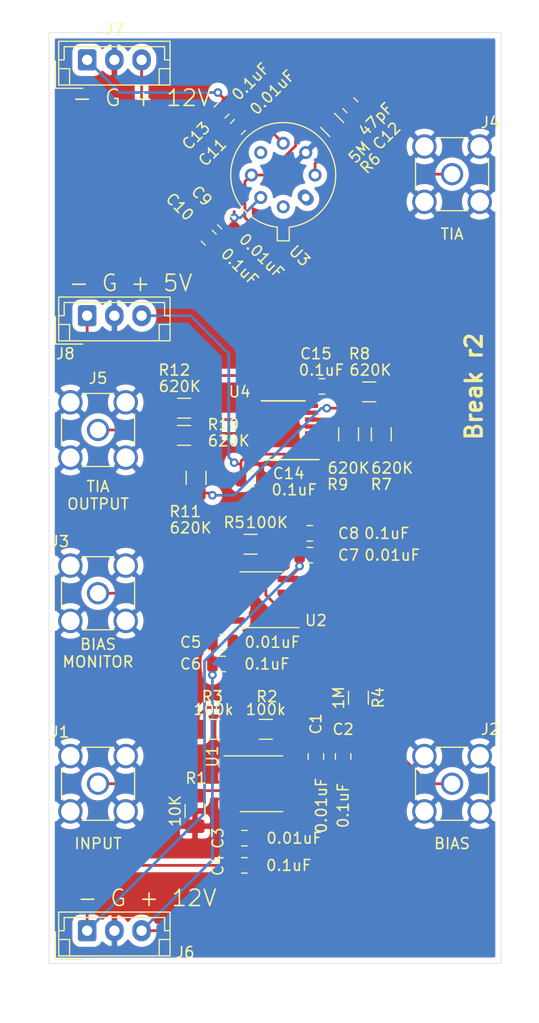
<source format=kicad_pcb>
(kicad_pcb (version 20171130) (host pcbnew "(5.1.6-0-10_14)")
  (layers (0 F.Cu signal) (31 B.Cu signal) (34 B.Paste user) (35 F.Paste user) (36 B.SilkS user) (37 F.SilkS user) (38 B.Mask user) (39 F.Mask user) (44 Edge.Cuts user))
  (net 0 "")
  (net 1 +12V)
  (net 2 GND)
  (net 3 -12V)
  (net 4 "Net-(C12-Pad2)")
  (net 5 "Net-(C12-Pad1)")
  (net 6 +5V)
  (net 7 -5V)
  (net 8 "Net-(J1-Pad1)")
  (net 9 "Net-(J2-Pad1)")
  (net 10 "Net-(J3-Pad1)")
  (net 11 "Net-(J5-Pad1)")
  (net 12 "Net-(R2-Pad2)")
  (net 13 "Net-(R4-Pad1)")
  (net 14 "Net-(R7-Pad1)")
  (net 15 "Net-(R8-Pad1)")
  (net 16 "Net-(R11-Pad1)")
  (net 17 "Net-(R10-Pad2)")
  (net 18 "Net-(R10-Pad1)")
  (net 19 "Net-(U1-Pad8)")
  (net 20 "Net-(U1-Pad5)")
  (net 21 "Net-(U1-Pad1)")
  (net 22 "Net-(U2-Pad1)")
  (net 23 "Net-(U2-Pad5)")
  (net 24 "Net-(U2-Pad8)")
  (net 25 "Net-(U3-Pad1)")
  (net 26 "Net-(U3-Pad5)")
  (net 27 "Net-(U3-Pad8)")
  (net 28 -12T)
  (net 29 +12T)
  (module Capacitor_SMD:C_0805_2012Metric (layer F.Cu) (at 0 140 90)
    (fp_text reference C1 (at 3 0 90) (layer F.SilkS))
    (fp_text value 0.01uF (at -4.5 0.5 270) (layer F.SilkS))
    (fp_line (start -0.258578 -0.71) (end 0.258578 -0.71) (layer F.SilkS) (width 0.12))
    (fp_line (start -0.258578 0.71) (end 0.258578 0.71) (layer F.SilkS) (width 0.12))
    (pad 1 smd roundrect (at -0.9375 0 90) (size 0.975 1.4) (layers F.Cu F.Paste F.Mask) (net 1 +12V))
    (pad 2 smd roundrect (at 0.9375 0 90) (size 0.975 1.4) (layers F.Cu F.Paste F.Mask) (net 2 GND))
  )
  (module Capacitor_SMD:C_0805_2012Metric (layer F.Cu) (at 2.5 140 90)
    (fp_text reference C2 (at 2.5 0 180) (layer F.SilkS))
    (fp_text value 0.1uF (at -4.5 0 90) (layer F.SilkS))
    (fp_line (start -0.258578 0.71) (end 0.258578 0.71) (layer F.SilkS) (width 0.12))
    (fp_line (start -0.258578 -0.71) (end 0.258578 -0.71) (layer F.SilkS) (width 0.12))
    (pad 2 smd roundrect (at 0.9375 0 90) (size 0.975 1.4) (layers F.Cu F.Paste F.Mask) (net 2 GND))
    (pad 1 smd roundrect (at -0.9375 0 90) (size 0.975 1.4) (layers F.Cu F.Paste F.Mask) (net 1 +12V))
  )
  (module Capacitor_SMD:C_0805_2012Metric (layer F.Cu) (at -6.5625 147.5)
    (fp_text reference C3 (at -2.4375 0 90) (layer F.SilkS))
    (fp_text value 0.01uF (at 4.5625 0) (layer F.SilkS))
    (fp_line (start -0.258578 0.71) (end 0.258578 0.71) (layer F.SilkS) (width 0.12))
    (fp_line (start -0.258578 -0.71) (end 0.258578 -0.71) (layer F.SilkS) (width 0.12))
    (pad 2 smd roundrect (at 0.9375 0) (size 0.975 1.4) (layers F.Cu F.Paste F.Mask) (net 2 GND))
    (pad 1 smd roundrect (at -0.9375 0) (size 0.975 1.4) (layers F.Cu F.Paste F.Mask) (net 3 -12V))
  )
  (module Capacitor_SMD:C_0805_2012Metric (layer F.Cu) (at -6.5625 150)
    (fp_text reference C4 (at -2.4375 0 90) (layer F.SilkS))
    (fp_text value 0.1uF (at 4.0625 0) (layer F.SilkS))
    (fp_line (start -0.258578 -0.71) (end 0.258578 -0.71) (layer F.SilkS) (width 0.12))
    (fp_line (start -0.258578 0.71) (end 0.258578 0.71) (layer F.SilkS) (width 0.12))
    (pad 1 smd roundrect (at -0.9375 0) (size 0.975 1.4) (layers F.Cu F.Paste F.Mask) (net 3 -12V))
    (pad 2 smd roundrect (at 0.9375 0) (size 0.975 1.4) (layers F.Cu F.Paste F.Mask) (net 2 GND))
  )
  (module Capacitor_SMD:C_0805_2012Metric (layer F.Cu) (at -8.5625 129.5)
    (fp_text reference C5 (at -2.9375 0) (layer F.SilkS))
    (fp_text value 0.01uF (at 4.5625 0) (layer F.SilkS))
    (fp_line (start -0.258578 -0.71) (end 0.258578 -0.71) (layer F.SilkS) (width 0.12))
    (fp_line (start -0.258578 0.71) (end 0.258578 0.71) (layer F.SilkS) (width 0.12))
    (pad 1 smd roundrect (at -0.9375 0) (size 0.975 1.4) (layers F.Cu F.Paste F.Mask) (net 1 +12V))
    (pad 2 smd roundrect (at 0.9375 0) (size 0.975 1.4) (layers F.Cu F.Paste F.Mask) (net 2 GND))
  )
  (module Capacitor_SMD:C_0805_2012Metric (layer F.Cu) (at -8.5625 131.5)
    (fp_text reference C6 (at -2.9375 0) (layer F.SilkS))
    (fp_text value 0.1uF (at 4.0625 0) (layer F.SilkS))
    (fp_line (start -0.258578 -0.71) (end 0.258578 -0.71) (layer F.SilkS) (width 0.12))
    (fp_line (start -0.258578 0.71) (end 0.258578 0.71) (layer F.SilkS) (width 0.12))
    (pad 1 smd roundrect (at -0.9375 0) (size 0.975 1.4) (layers F.Cu F.Paste F.Mask) (net 1 +12V))
    (pad 2 smd roundrect (at 0.9375 0) (size 0.975 1.4) (layers F.Cu F.Paste F.Mask) (net 2 GND))
  )
  (module Capacitor_SMD:C_0805_2012Metric (layer F.Cu) (at -0.5625 121.5)
    (fp_text reference C7 (at 3.5625 0) (layer F.SilkS))
    (fp_text value 0.01uF (at 7.5625 0) (layer F.SilkS))
    (fp_line (start -0.258578 -0.71) (end 0.258578 -0.71) (layer F.SilkS) (width 0.12))
    (fp_line (start -0.258578 0.71) (end 0.258578 0.71) (layer F.SilkS) (width 0.12))
    (pad 1 smd roundrect (at -0.9375 0) (size 0.975 1.4) (layers F.Cu F.Paste F.Mask) (net 3 -12V))
    (pad 2 smd roundrect (at 0.9375 0) (size 0.975 1.4) (layers F.Cu F.Paste F.Mask) (net 2 GND))
  )
  (module Capacitor_SMD:C_0805_2012Metric (layer F.Cu) (at -0.5625 119.5)
    (fp_text reference C8 (at 3.5625 0) (layer F.SilkS))
    (fp_text value 0.1uF (at 7.0625 0) (layer F.SilkS))
    (fp_line (start -0.258578 0.71) (end 0.258578 0.71) (layer F.SilkS) (width 0.12))
    (fp_line (start -0.258578 -0.71) (end 0.258578 -0.71) (layer F.SilkS) (width 0.12))
    (pad 2 smd roundrect (at 0.9375 0) (size 0.975 1.4) (layers F.Cu F.Paste F.Mask) (net 2 GND))
    (pad 1 smd roundrect (at -0.9375 0) (size 0.975 1.4) (layers F.Cu F.Paste F.Mask) (net 3 -12V))
  )
  (module Capacitor_SMD:C_0805_2012Metric (layer F.Cu) (at -8.337087 90.837087 135)
    (fp_text reference C9 (at 3.181981 0.12316 135) (layer F.SilkS))
    (fp_text value 0.01uF (at -4.596194 0.12316 135) (layer F.SilkS))
    (fp_line (start -0.258578 -0.71) (end 0.258578 -0.71) (layer F.SilkS) (width 0.12))
    (fp_line (start -0.258578 0.71) (end 0.258578 0.71) (layer F.SilkS) (width 0.12))
    (pad 1 smd roundrect (at -0.9375 0 135) (size 0.975 1.4) (layers F.Cu F.Paste F.Mask) (net 29 +12T))
    (pad 2 smd roundrect (at 0.9375 0 135) (size 0.975 1.4) (layers F.Cu F.Paste F.Mask) (net 2 GND))
  )
  (module Capacitor_SMD:C_0805_2012Metric (layer F.Cu) (at -9.837087 92.337087 135)
    (fp_text reference C10 (at 3.889087 0.12316 135) (layer F.SilkS))
    (fp_text value 0.1uF (at -3.889087 0.12316 135) (layer F.SilkS))
    (fp_line (start -0.258578 0.71) (end 0.258578 0.71) (layer F.SilkS) (width 0.12))
    (fp_line (start -0.258578 -0.71) (end 0.258578 -0.71) (layer F.SilkS) (width 0.12))
    (pad 2 smd roundrect (at 0.9375 0 135) (size 0.975 1.4) (layers F.Cu F.Paste F.Mask) (net 2 GND))
    (pad 1 smd roundrect (at -0.9375 0 135) (size 0.975 1.4) (layers F.Cu F.Paste F.Mask) (net 29 +12T))
  )
  (module Capacitor_SMD:C_0805_2012Metric (layer F.Cu) (at -7.162913 82.162913 225)
    (fp_text reference C11 (at 3.30514 0 45) (layer F.SilkS))
    (fp_text value 0.01uF (at -4.473034 0 45) (layer F.SilkS))
    (fp_line (start -0.258578 -0.71) (end 0.258578 -0.71) (layer F.SilkS) (width 0.12))
    (fp_line (start -0.258578 0.71) (end 0.258578 0.71) (layer F.SilkS) (width 0.12))
    (pad 1 smd roundrect (at -0.9375 0 225) (size 0.975 1.4) (layers F.Cu F.Paste F.Mask) (net 28 -12T))
    (pad 2 smd roundrect (at 0.9375 0 225) (size 0.975 1.4) (layers F.Cu F.Paste F.Mask) (net 2 GND))
  )
  (module Capacitor_SMD:C_0805_2012Metric (layer F.Cu) (at 3.162913 80.162913 315)
    (fp_text reference C12 (at 4.3658 -0.353553 225) (layer F.SilkS))
    (fp_text value 47pF (at 2.598033 -0.707107 225) (layer F.SilkS))
    (fp_line (start -0.258578 0.71) (end 0.258578 0.71) (layer F.SilkS) (width 0.12))
    (fp_line (start -0.258578 -0.71) (end 0.258578 -0.71) (layer F.SilkS) (width 0.12))
    (pad 2 smd roundrect (at 0.9375 0 315) (size 0.975 1.4) (layers F.Cu F.Paste F.Mask) (net 4 "Net-(C12-Pad2)"))
    (pad 1 smd roundrect (at -0.9375 0 315) (size 0.975 1.4) (layers F.Cu F.Paste F.Mask) (net 5 "Net-(C12-Pad1)"))
  )
  (module Capacitor_SMD:C_0805_2012Metric (layer F.Cu) (at -8.662913 80.662913 225)
    (fp_text reference C13 (at 3.30514 0 45) (layer F.SilkS))
    (fp_text value 0.1uF (at -3.765928 0 45) (layer F.SilkS))
    (fp_line (start -0.258578 0.71) (end 0.258578 0.71) (layer F.SilkS) (width 0.12))
    (fp_line (start -0.258578 -0.71) (end 0.258578 -0.71) (layer F.SilkS) (width 0.12))
    (pad 2 smd roundrect (at 0.9375 0 225) (size 0.975 1.4) (layers F.Cu F.Paste F.Mask) (net 2 GND))
    (pad 1 smd roundrect (at -0.9375 0 225) (size 0.975 1.4) (layers F.Cu F.Paste F.Mask) (net 28 -12T))
  )
  (module Capacitor_SMD:C_0805_2012Metric (layer F.Cu) (at -5.9375 114.5)
    (fp_text reference C14 (at 3.4375 -0.5) (layer F.SilkS))
    (fp_text value 0.1uF (at 3.9375 1) (layer F.SilkS))
    (fp_line (start -0.258578 0.71) (end 0.258578 0.71) (layer F.SilkS) (width 0.12))
    (fp_line (start -0.258578 -0.71) (end 0.258578 -0.71) (layer F.SilkS) (width 0.12))
    (pad 2 smd roundrect (at 0.9375 0) (size 0.975 1.4) (layers F.Cu F.Paste F.Mask) (net 2 GND))
    (pad 1 smd roundrect (at -0.9375 0) (size 0.975 1.4) (layers F.Cu F.Paste F.Mask) (net 6 +5V))
  )
  (module Capacitor_SMD:C_0805_2012Metric (layer F.Cu) (at 0.5625 106)
    (fp_text reference C15 (at -0.5625 -3) (layer F.SilkS))
    (fp_text value 0.1uF (at -0.0625 -1.5) (layer F.SilkS))
    (fp_line (start -0.258578 -0.71) (end 0.258578 -0.71) (layer F.SilkS) (width 0.12))
    (fp_line (start -0.258578 0.71) (end 0.258578 0.71) (layer F.SilkS) (width 0.12))
    (pad 1 smd roundrect (at -0.9375 0) (size 0.975 1.4) (layers F.Cu F.Paste F.Mask) (net 7 -5V))
    (pad 2 smd roundrect (at 0.9375 0) (size 0.975 1.4) (layers F.Cu F.Paste F.Mask) (net 2 GND))
  )
  (module Connector_Coaxial:SMA_Amphenol_901-144_Vertical (layer F.Cu) (at -20 142.5)
    (fp_text reference J1 (at -3.5 -4.75) (layer F.SilkS))
    (fp_text value Conn_Coaxial hide)
    (fp_line (start -1.45 -3.355) (end 1.45 -3.355) (layer F.SilkS) (width 0.12))
    (fp_line (start -1.45 3.355) (end 1.45 3.355) (layer F.SilkS) (width 0.12))
    (fp_line (start 3.355 -1.45) (end 3.355 1.45) (layer F.SilkS) (width 0.12))
    (fp_line (start -3.355 -1.45) (end -3.355 1.45) (layer F.SilkS) (width 0.12))
    (pad 2 thru_hole circle (at -2.54 2.54) (size 2.25 2.25) (drill 1.7) (layers *.Cu *.Mask) (net 2 GND))
    (pad 2 thru_hole circle (at -2.54 -2.54) (size 2.25 2.25) (drill 1.7) (layers *.Cu *.Mask) (net 2 GND))
    (pad 2 thru_hole circle (at 2.54 -2.54) (size 2.25 2.25) (drill 1.7) (layers *.Cu *.Mask) (net 2 GND))
    (pad 2 thru_hole circle (at 2.54 2.54) (size 2.25 2.25) (drill 1.7) (layers *.Cu *.Mask) (net 2 GND))
    (pad 1 thru_hole circle (at 0 0) (size 2.05 2.05) (drill 1.5) (layers *.Cu *.Mask) (net 8 "Net-(J1-Pad1)"))
  )
  (module Connector_Coaxial:SMA_Amphenol_901-144_Vertical (layer F.Cu) (at 12.5 142.5)
    (fp_text reference J2 (at 3.5 -5) (layer F.SilkS))
    (fp_text value Conn_Coaxial)
    (fp_line (start -3.355 -1.45) (end -3.355 1.45) (layer F.SilkS) (width 0.12))
    (fp_line (start 3.355 -1.45) (end 3.355 1.45) (layer F.SilkS) (width 0.12))
    (fp_line (start -1.45 3.355) (end 1.45 3.355) (layer F.SilkS) (width 0.12))
    (fp_line (start -1.45 -3.355) (end 1.45 -3.355) (layer F.SilkS) (width 0.12))
    (pad 1 thru_hole circle (at 0 0) (size 2.05 2.05) (drill 1.5) (layers *.Cu *.Mask) (net 9 "Net-(J2-Pad1)"))
    (pad 2 thru_hole circle (at 2.54 2.54) (size 2.25 2.25) (drill 1.7) (layers *.Cu *.Mask) (net 2 GND))
    (pad 2 thru_hole circle (at 2.54 -2.54) (size 2.25 2.25) (drill 1.7) (layers *.Cu *.Mask) (net 2 GND))
    (pad 2 thru_hole circle (at -2.54 -2.54) (size 2.25 2.25) (drill 1.7) (layers *.Cu *.Mask) (net 2 GND))
    (pad 2 thru_hole circle (at -2.54 2.54) (size 2.25 2.25) (drill 1.7) (layers *.Cu *.Mask) (net 2 GND))
  )
  (module Connector_Coaxial:SMA_Amphenol_901-144_Vertical (layer F.Cu) (at -20 125)
    (fp_text reference J3 (at -3.5 -4.75) (layer F.SilkS))
    (fp_text value Conn_Coaxial hide)
    (fp_line (start -3.355 -1.45) (end -3.355 1.45) (layer F.SilkS) (width 0.12))
    (fp_line (start 3.355 -1.45) (end 3.355 1.45) (layer F.SilkS) (width 0.12))
    (fp_line (start -1.45 3.355) (end 1.45 3.355) (layer F.SilkS) (width 0.12))
    (fp_line (start -1.45 -3.355) (end 1.45 -3.355) (layer F.SilkS) (width 0.12))
    (pad 1 thru_hole circle (at 0 0) (size 2.05 2.05) (drill 1.5) (layers *.Cu *.Mask) (net 10 "Net-(J3-Pad1)"))
    (pad 2 thru_hole circle (at 2.54 2.54) (size 2.25 2.25) (drill 1.7) (layers *.Cu *.Mask) (net 2 GND))
    (pad 2 thru_hole circle (at 2.54 -2.54) (size 2.25 2.25) (drill 1.7) (layers *.Cu *.Mask) (net 2 GND))
    (pad 2 thru_hole circle (at -2.54 -2.54) (size 2.25 2.25) (drill 1.7) (layers *.Cu *.Mask) (net 2 GND))
    (pad 2 thru_hole circle (at -2.54 2.54) (size 2.25 2.25) (drill 1.7) (layers *.Cu *.Mask) (net 2 GND))
  )
  (module Connector_Coaxial:SMA_Amphenol_901-144_Vertical (layer F.Cu) (at 12.5 86.5)
    (fp_text reference J4 (at 3.5 -4.75) (layer F.SilkS))
    (fp_text value Conn_Coaxial hide)
    (fp_line (start -1.45 -3.355) (end 1.45 -3.355) (layer F.SilkS) (width 0.12))
    (fp_line (start -1.45 3.355) (end 1.45 3.355) (layer F.SilkS) (width 0.12))
    (fp_line (start 3.355 -1.45) (end 3.355 1.45) (layer F.SilkS) (width 0.12))
    (fp_line (start -3.355 -1.45) (end -3.355 1.45) (layer F.SilkS) (width 0.12))
    (pad 2 thru_hole circle (at -2.54 2.54) (size 2.25 2.25) (drill 1.7) (layers *.Cu *.Mask) (net 2 GND))
    (pad 2 thru_hole circle (at -2.54 -2.54) (size 2.25 2.25) (drill 1.7) (layers *.Cu *.Mask) (net 2 GND))
    (pad 2 thru_hole circle (at 2.54 -2.54) (size 2.25 2.25) (drill 1.7) (layers *.Cu *.Mask) (net 2 GND))
    (pad 2 thru_hole circle (at 2.54 2.54) (size 2.25 2.25) (drill 1.7) (layers *.Cu *.Mask) (net 2 GND))
    (pad 1 thru_hole circle (at 0 0) (size 2.05 2.05) (drill 1.5) (layers *.Cu *.Mask) (net 4 "Net-(C12-Pad2)"))
  )
  (module Connector_Coaxial:SMA_Amphenol_901-144_Vertical (layer F.Cu) (at -20 110)
    (fp_text reference J5 (at 0 -4.75) (layer F.SilkS))
    (fp_text value Conn_Coaxial hide)
    (fp_line (start -3.355 -1.45) (end -3.355 1.45) (layer F.SilkS) (width 0.12))
    (fp_line (start 3.355 -1.45) (end 3.355 1.45) (layer F.SilkS) (width 0.12))
    (fp_line (start -1.45 3.355) (end 1.45 3.355) (layer F.SilkS) (width 0.12))
    (fp_line (start -1.45 -3.355) (end 1.45 -3.355) (layer F.SilkS) (width 0.12))
    (pad 1 thru_hole circle (at 0 0) (size 2.05 2.05) (drill 1.5) (layers *.Cu *.Mask) (net 11 "Net-(J5-Pad1)"))
    (pad 2 thru_hole circle (at 2.54 2.54) (size 2.25 2.25) (drill 1.7) (layers *.Cu *.Mask) (net 2 GND))
    (pad 2 thru_hole circle (at 2.54 -2.54) (size 2.25 2.25) (drill 1.7) (layers *.Cu *.Mask) (net 2 GND))
    (pad 2 thru_hole circle (at -2.54 -2.54) (size 2.25 2.25) (drill 1.7) (layers *.Cu *.Mask) (net 2 GND))
    (pad 2 thru_hole circle (at -2.54 2.54) (size 2.25 2.25) (drill 1.7) (layers *.Cu *.Mask) (net 2 GND))
  )
  (module Resistor_SMD:R_1206_3216Metric (layer F.Cu) (at -11.1 145 270)
    (fp_text reference R1 (at -3 -0.1 180) (layer F.SilkS))
    (fp_text value 10K (at 0 1.82 90) (layer F.SilkS))
    (fp_line (start -0.602064 -0.91) (end 0.602064 -0.91) (layer F.SilkS) (width 0.12))
    (fp_line (start -0.602064 0.91) (end 0.602064 0.91) (layer F.SilkS) (width 0.12))
    (pad 1 smd roundrect (at -1.4 0 270) (size 1.25 1.75) (layers F.Cu F.Paste F.Mask) (roundrect_rratio 0.2) (net 8 "Net-(J1-Pad1)"))
    (pad 2 smd roundrect (at 1.4 0 270) (size 1.25 1.75) (layers F.Cu F.Paste F.Mask) (roundrect_rratio 0.2) (net 2 GND))
  )
  (module Resistor_SMD:R_1206_3216Metric (layer F.Cu) (at -4.6 137.5 180)
    (fp_text reference R2 (at -0.1 3) (layer F.SilkS))
    (fp_text value 100k (at 0 1.82) (layer F.SilkS))
    (fp_line (start -0.602064 0.91) (end 0.602064 0.91) (layer F.SilkS) (width 0.12))
    (fp_line (start -0.602064 -0.91) (end 0.602064 -0.91) (layer F.SilkS) (width 0.12))
    (pad 2 smd roundrect (at 1.4 0 180) (size 1.25 1.75) (layers F.Cu F.Paste F.Mask) (roundrect_rratio 0.2) (net 12 "Net-(R2-Pad2)"))
    (pad 1 smd roundrect (at -1.4 0 180) (size 1.25 1.75) (layers F.Cu F.Paste F.Mask) (roundrect_rratio 0.2) (net 2 GND))
  )
  (module Resistor_SMD:R_1206_3216Metric (layer F.Cu) (at -9.4 137.5 180)
    (fp_text reference R3 (at 0.1 3) (layer F.SilkS))
    (fp_text value 100k (at 0 1.82) (layer F.SilkS))
    (fp_line (start -0.602064 -0.91) (end 0.602064 -0.91) (layer F.SilkS) (width 0.12))
    (fp_line (start -0.602064 0.91) (end 0.602064 0.91) (layer F.SilkS) (width 0.12))
    (pad 1 smd roundrect (at -1.4 0 180) (size 1.25 1.75) (layers F.Cu F.Paste F.Mask) (roundrect_rratio 0.2) (net 12 "Net-(R2-Pad2)"))
    (pad 2 smd roundrect (at 1.4 0 180) (size 1.25 1.75) (layers F.Cu F.Paste F.Mask) (roundrect_rratio 0.2) (net 9 "Net-(J2-Pad1)"))
  )
  (module Resistor_SMD:R_1206_3216Metric (layer F.Cu) (at 3.9 134.6 270)
    (fp_text reference R4 (at 0 -1.82 90) (layer F.SilkS))
    (fp_text value 1M (at 0 1.82 90) (layer F.SilkS))
    (fp_line (start -0.602064 0.91) (end 0.602064 0.91) (layer F.SilkS) (width 0.12))
    (fp_line (start -0.602064 -0.91) (end 0.602064 -0.91) (layer F.SilkS) (width 0.12))
    (pad 2 smd roundrect (at 1.4 0 270) (size 1.25 1.75) (layers F.Cu F.Paste F.Mask) (roundrect_rratio 0.2) (net 9 "Net-(J2-Pad1)"))
    (pad 1 smd roundrect (at -1.4 0 270) (size 1.25 1.75) (layers F.Cu F.Paste F.Mask) (roundrect_rratio 0.2) (net 13 "Net-(R4-Pad1)"))
  )
  (module Resistor_SMD:R_1206_3216Metric (layer F.Cu) (at -6 120.5)
    (fp_text reference R5 (at -1.5 -2) (layer F.SilkS))
    (fp_text value 100K (at 1.5 -2) (layer F.SilkS))
    (fp_line (start -0.602064 0.91) (end 0.602064 0.91) (layer F.SilkS) (width 0.12))
    (fp_line (start -0.602064 -0.91) (end 0.602064 -0.91) (layer F.SilkS) (width 0.12))
    (pad 2 smd roundrect (at 1.4 0) (size 1.25 1.75) (layers F.Cu F.Paste F.Mask) (roundrect_rratio 0.2) (net 13 "Net-(R4-Pad1)"))
    (pad 1 smd roundrect (at -1.4 0) (size 1.25 1.75) (layers F.Cu F.Paste F.Mask) (roundrect_rratio 0.2) (net 10 "Net-(J3-Pad1)"))
  )
  (module Resistor_SMD:R_1206_3216Metric (layer F.Cu) (at 1.489949 81.979898 315)
    (fp_text reference R6 (at 4.971069 0.007107 225) (layer F.SilkS))
    (fp_text value 5M (at 3.556855 0.007107 225) (layer F.SilkS))
    (fp_line (start -0.602064 -0.91) (end 0.602064 -0.91) (layer F.SilkS) (width 0.12))
    (fp_line (start -0.602064 0.91) (end 0.602064 0.91) (layer F.SilkS) (width 0.12))
    (pad 1 smd roundrect (at -1.4 0 315) (size 1.25 1.75) (layers F.Cu F.Paste F.Mask) (roundrect_rratio 0.2) (net 5 "Net-(C12-Pad1)"))
    (pad 2 smd roundrect (at 1.4 0 315) (size 1.25 1.75) (layers F.Cu F.Paste F.Mask) (roundrect_rratio 0.2) (net 4 "Net-(C12-Pad2)"))
  )
  (module Resistor_SMD:R_1206_3216Metric (layer F.Cu) (at 6 110.4 90)
    (fp_text reference R7 (at -4.6 0 180) (layer F.SilkS))
    (fp_text value 620K (at -3.1 1 180) (layer F.SilkS))
    (fp_line (start -0.602064 -0.91) (end 0.602064 -0.91) (layer F.SilkS) (width 0.12))
    (fp_line (start -0.602064 0.91) (end 0.602064 0.91) (layer F.SilkS) (width 0.12))
    (pad 1 smd roundrect (at -1.4 0 90) (size 1.25 1.75) (layers F.Cu F.Paste F.Mask) (roundrect_rratio 0.2) (net 14 "Net-(R7-Pad1)"))
    (pad 2 smd roundrect (at 1.4 0 90) (size 1.25 1.75) (layers F.Cu F.Paste F.Mask) (roundrect_rratio 0.2) (net 5 "Net-(C12-Pad1)"))
  )
  (module Resistor_SMD:R_1206_3216Metric (layer F.Cu) (at 4.9 106.5)
    (fp_text reference R8 (at -0.9 -3.5) (layer F.SilkS))
    (fp_text value 620K (at 0.1 -2) (layer F.SilkS))
    (fp_line (start -0.602064 -0.91) (end 0.602064 -0.91) (layer F.SilkS) (width 0.12))
    (fp_line (start -0.602064 0.91) (end 0.602064 0.91) (layer F.SilkS) (width 0.12))
    (pad 1 smd roundrect (at -1.4 0) (size 1.25 1.75) (layers F.Cu F.Paste F.Mask) (roundrect_rratio 0.2) (net 15 "Net-(R8-Pad1)"))
    (pad 2 smd roundrect (at 1.4 0) (size 1.25 1.75) (layers F.Cu F.Paste F.Mask) (roundrect_rratio 0.2) (net 14 "Net-(R7-Pad1)"))
  )
  (module Resistor_SMD:R_1206_3216Metric (layer F.Cu) (at 3 110.4 270)
    (fp_text reference R9 (at 4.6 1 180) (layer F.SilkS))
    (fp_text value 620K (at 3.1 0 180) (layer F.SilkS))
    (fp_line (start -0.602064 0.91) (end 0.602064 0.91) (layer F.SilkS) (width 0.12))
    (fp_line (start -0.602064 -0.91) (end 0.602064 -0.91) (layer F.SilkS) (width 0.12))
    (pad 2 smd roundrect (at 1.4 0 270) (size 1.25 1.75) (layers F.Cu F.Paste F.Mask) (roundrect_rratio 0.2) (net 14 "Net-(R7-Pad1)"))
    (pad 1 smd roundrect (at -1.4 0 270) (size 1.25 1.75) (layers F.Cu F.Paste F.Mask) (roundrect_rratio 0.2) (net 16 "Net-(R11-Pad1)"))
  )
  (module Resistor_SMD:R_1206_3216Metric (layer F.Cu) (at -12.1 110.5)
    (fp_text reference R10 (at 3.6 -1) (layer F.SilkS))
    (fp_text value 620K (at 4.1 0.5 180) (layer F.SilkS))
    (fp_line (start -0.602064 0.91) (end 0.602064 0.91) (layer F.SilkS) (width 0.12))
    (fp_line (start -0.602064 -0.91) (end 0.602064 -0.91) (layer F.SilkS) (width 0.12))
    (pad 2 smd roundrect (at 1.4 0) (size 1.25 1.75) (layers F.Cu F.Paste F.Mask) (roundrect_rratio 0.2) (net 17 "Net-(R10-Pad2)"))
    (pad 1 smd roundrect (at -1.4 0) (size 1.25 1.75) (layers F.Cu F.Paste F.Mask) (roundrect_rratio 0.2) (net 18 "Net-(R10-Pad1)"))
  )
  (module Resistor_SMD:R_1206_3216Metric (layer F.Cu) (at -11 114.4 90)
    (fp_text reference R11 (at -3.1 -1 180) (layer F.SilkS))
    (fp_text value 620K (at -4.6 -0.5 180) (layer F.SilkS))
    (fp_line (start -0.602064 0.91) (end 0.602064 0.91) (layer F.SilkS) (width 0.12))
    (fp_line (start -0.602064 -0.91) (end 0.602064 -0.91) (layer F.SilkS) (width 0.12))
    (pad 2 smd roundrect (at 1.4 0 90) (size 1.25 1.75) (layers F.Cu F.Paste F.Mask) (roundrect_rratio 0.2) (net 18 "Net-(R10-Pad1)"))
    (pad 1 smd roundrect (at -1.4 0 90) (size 1.25 1.75) (layers F.Cu F.Paste F.Mask) (roundrect_rratio 0.2) (net 16 "Net-(R11-Pad1)"))
  )
  (module Resistor_SMD:R_1206_3216Metric (layer F.Cu) (at -12.1 108)
    (fp_text reference R12 (at -0.9 -3.5) (layer F.SilkS))
    (fp_text value 620K (at -0.4 -2 180) (layer F.SilkS))
    (fp_line (start -0.602064 -0.91) (end 0.602064 -0.91) (layer F.SilkS) (width 0.12))
    (fp_line (start -0.602064 0.91) (end 0.602064 0.91) (layer F.SilkS) (width 0.12))
    (pad 1 smd roundrect (at -1.4 0) (size 1.25 1.75) (layers F.Cu F.Paste F.Mask) (roundrect_rratio 0.2) (net 11 "Net-(J5-Pad1)"))
    (pad 2 smd roundrect (at 1.4 0) (size 1.25 1.75) (layers F.Cu F.Paste F.Mask) (roundrect_rratio 0.2) (net 18 "Net-(R10-Pad1)"))
  )
  (module Package_SO:SOIC-8_3.9x4.9mm_P1.27mm (layer F.Cu) (at -5 142.5)
    (fp_text reference U1 (at -4.5 -2.5 90) (layer F.SilkS))
    (fp_text value AD820 hide)
    (fp_line (start 0 -2.56) (end -3.45 -2.56) (layer F.SilkS) (width 0.12))
    (fp_line (start 0 -2.56) (end 1.95 -2.56) (layer F.SilkS) (width 0.12))
    (fp_line (start 0 2.56) (end -1.95 2.56) (layer F.SilkS) (width 0.12))
    (fp_line (start 0 2.56) (end 1.95 2.56) (layer F.SilkS) (width 0.12))
    (pad 8 smd roundrect (at 2.475 -1.905) (size 1.95 0.6) (layers F.Cu F.Paste F.Mask) (net 19 "Net-(U1-Pad8)"))
    (pad 7 smd roundrect (at 2.475 -0.635) (size 1.95 0.6) (layers F.Cu F.Paste F.Mask) (net 1 +12V))
    (pad 6 smd roundrect (at 2.475 0.635) (size 1.95 0.6) (layers F.Cu F.Paste F.Mask) (net 9 "Net-(J2-Pad1)"))
    (pad 5 smd roundrect (at 2.475 1.905) (size 1.95 0.6) (layers F.Cu F.Paste F.Mask) (net 20 "Net-(U1-Pad5)"))
    (pad 4 smd roundrect (at -2.475 1.905) (size 1.95 0.6) (layers F.Cu F.Paste F.Mask) (net 3 -12V))
    (pad 3 smd roundrect (at -2.475 0.635) (size 1.95 0.6) (layers F.Cu F.Paste F.Mask) (net 8 "Net-(J1-Pad1)"))
    (pad 2 smd roundrect (at -2.475 -0.635) (size 1.95 0.6) (layers F.Cu F.Paste F.Mask) (net 12 "Net-(R2-Pad2)"))
    (pad 1 smd roundrect (at -2.475 -1.905) (size 1.95 0.6) (layers F.Cu F.Paste F.Mask) (net 21 "Net-(U1-Pad1)"))
  )
  (module Package_SO:SOIC-8_3.9x4.9mm_P1.27mm (layer F.Cu) (at -5.025 125.595 180)
    (fp_text reference U2 (at -5.025 -1.905) (layer F.SilkS))
    (fp_text value AD820)
    (fp_line (start 0 2.56) (end 1.95 2.56) (layer F.SilkS) (width 0.12))
    (fp_line (start 0 2.56) (end -1.95 2.56) (layer F.SilkS) (width 0.12))
    (fp_line (start 0 -2.56) (end 1.95 -2.56) (layer F.SilkS) (width 0.12))
    (fp_line (start 0 -2.56) (end -3.45 -2.56) (layer F.SilkS) (width 0.12))
    (pad 1 smd roundrect (at -2.475 -1.905 180) (size 1.95 0.6) (layers F.Cu F.Paste F.Mask) (net 22 "Net-(U2-Pad1)"))
    (pad 2 smd roundrect (at -2.475 -0.635 180) (size 1.95 0.6) (layers F.Cu F.Paste F.Mask) (net 13 "Net-(R4-Pad1)"))
    (pad 3 smd roundrect (at -2.475 0.635 180) (size 1.95 0.6) (layers F.Cu F.Paste F.Mask) (net 2 GND))
    (pad 4 smd roundrect (at -2.475 1.905 180) (size 1.95 0.6) (layers F.Cu F.Paste F.Mask) (net 3 -12V))
    (pad 5 smd roundrect (at 2.475 1.905 180) (size 1.95 0.6) (layers F.Cu F.Paste F.Mask) (net 23 "Net-(U2-Pad5)"))
    (pad 6 smd roundrect (at 2.475 0.635 180) (size 1.95 0.6) (layers F.Cu F.Paste F.Mask) (net 10 "Net-(J3-Pad1)"))
    (pad 7 smd roundrect (at 2.475 -0.635 180) (size 1.95 0.6) (layers F.Cu F.Paste F.Mask) (net 1 +12V))
    (pad 8 smd roundrect (at 2.475 -1.905 180) (size 1.95 0.6) (layers F.Cu F.Paste F.Mask) (net 24 "Net-(U2-Pad8)"))
  )
  (module Package_TO_SOT_THT:TO-99-8 (layer F.Cu) (at -0.935248 88.644752 135)
    (fp_text reference U3 (at -3.387392 -4.186072 135) (layer F.SilkS))
    (fp_text value AD549 hide)
    (fp_line (start -0.077084 -3.774902) (end -0.968039 -4.665856) (layer F.SilkS) (width 0.12))
    (fp_line (start -0.968039 -4.665856) (end -1.745856 -3.888039) (layer F.SilkS) (width 0.12))
    (fp_line (start -1.745856 -3.888039) (end -0.854902 -2.997084) (layer F.SilkS) (width 0.12))
    (fp_arc (start 2.92 0) (end -0.077084 -3.774902) (angle 346.9) (layer F.SilkS) (width 0.12))
    (pad 1 thru_hole oval (at 0 0 135) (size 1.6 1.2) (drill 0.7) (layers *.Cu *.Mask) (net 25 "Net-(U3-Pad1)"))
    (pad 2 thru_hole oval (at 0.855248 2.064752 135) (size 1.2 1.2) (drill 0.7) (layers *.Cu *.Mask) (net 4 "Net-(C12-Pad2)"))
    (pad 3 thru_hole oval (at 2.92 2.92 135) (size 1.2 1.2) (drill 0.7) (layers *.Cu *.Mask) (net 2 GND))
    (pad 4 thru_hole oval (at 4.984752 2.064752 135) (size 1.2 1.2) (drill 0.7) (layers *.Cu *.Mask) (net 28 -12T))
    (pad 5 thru_hole oval (at 5.84 0 135) (size 1.2 1.2) (drill 0.7) (layers *.Cu *.Mask) (net 26 "Net-(U3-Pad5)"))
    (pad 6 thru_hole oval (at 4.984752 -2.064752 135) (size 1.2 1.2) (drill 0.7) (layers *.Cu *.Mask) (net 5 "Net-(C12-Pad1)"))
    (pad 7 thru_hole oval (at 2.92 -2.92 135) (size 1.2 1.2) (drill 0.7) (layers *.Cu *.Mask) (net 29 +12T))
    (pad 8 thru_hole oval (at 0.855248 -2.064752 135) (size 1.2 1.2) (drill 0.7) (layers *.Cu *.Mask) (net 27 "Net-(U3-Pad8)"))
  )
  (module Package_SO:SSOP-16_3.9x4.9mm_P0.635mm (layer F.Cu) (at -3 110 180)
    (fp_text reference U4 (at 4 3.5) (layer F.SilkS))
    (fp_text value LTC1563 hide)
    (fp_line (start -2 2.675) (end 2 2.675) (layer F.SilkS) (width 0.15))
    (fp_line (start -3.275 -2.725) (end 2 -2.725) (layer F.SilkS) (width 0.15))
    (pad 1 smd rect (at -2.6 -2.2225 180) (size 1.2 0.4) (layers F.Cu F.Paste F.Mask) (net 6 +5V))
    (pad 2 smd rect (at -2.6 -1.5875 180) (size 1.2 0.4) (layers F.Cu F.Paste F.Mask) (net 14 "Net-(R7-Pad1)"))
    (pad 3 smd rect (at -2.6 -0.9525 180) (size 1.2 0.4) (layers F.Cu F.Paste F.Mask) (net 2 GND))
    (pad 4 smd rect (at -2.6 -0.3175 180) (size 1.2 0.4) (layers F.Cu F.Paste F.Mask) (net 15 "Net-(R8-Pad1)"))
    (pad 5 smd rect (at -2.6 0.3175 180) (size 1.2 0.4) (layers F.Cu F.Paste F.Mask) (net 2 GND))
    (pad 6 smd rect (at -2.6 0.9525 180) (size 1.2 0.4) (layers F.Cu F.Paste F.Mask) (net 16 "Net-(R11-Pad1)"))
    (pad 7 smd rect (at -2.6 1.5875 180) (size 1.2 0.4) (layers F.Cu F.Paste F.Mask) (net 2 GND))
    (pad 8 smd rect (at -2.6 2.2225 180) (size 1.2 0.4) (layers F.Cu F.Paste F.Mask) (net 7 -5V))
    (pad 9 smd rect (at 2.6 2.2225 180) (size 1.2 0.4) (layers F.Cu F.Paste F.Mask) (net 2 GND))
    (pad 10 smd rect (at 2.6 1.5875 180) (size 1.2 0.4) (layers F.Cu F.Paste F.Mask) (net 2 GND))
    (pad 11 smd rect (at 2.6 0.9525 180) (size 1.2 0.4) (layers F.Cu F.Paste F.Mask) (net 18 "Net-(R10-Pad1)"))
    (pad 12 smd rect (at 2.6 0.3175 180) (size 1.2 0.4) (layers F.Cu F.Paste F.Mask) (net 2 GND))
    (pad 13 smd rect (at 2.6 -0.3175 180) (size 1.2 0.4) (layers F.Cu F.Paste F.Mask) (net 17 "Net-(R10-Pad2)"))
    (pad 14 smd rect (at 2.6 -0.9525 180) (size 1.2 0.4) (layers F.Cu F.Paste F.Mask) (net 2 GND))
    (pad 15 smd rect (at 2.6 -1.5875 180) (size 1.2 0.4) (layers F.Cu F.Paste F.Mask) (net 17 "Net-(R10-Pad2)"))
    (pad 16 smd rect (at 2.6 -2.2225 180) (size 1.2 0.4) (layers F.Cu F.Paste F.Mask) (net 6 +5V))
  )
  (module Connector_JST:JST_EH_B3B-EH-A_1x03_P2.50mm_Vertical (layer F.Cu) (at -21 156)
    (fp_text reference J6 (at 9 2) (layer F.SilkS))
    (fp_text value Conn_01x03 hide)
    (fp_line (start -2.91 2.61) (end -0.41 2.61) (layer F.SilkS) (width 0.12))
    (fp_line (start -2.91 0.11) (end -2.91 2.61) (layer F.SilkS) (width 0.12))
    (fp_line (start 6.61 0.81) (end 6.61 2.31) (layer F.SilkS) (width 0.12))
    (fp_line (start 7.61 0.81) (end 6.61 0.81) (layer F.SilkS) (width 0.12))
    (fp_line (start -1.61 0.81) (end -1.61 2.31) (layer F.SilkS) (width 0.12))
    (fp_line (start -2.61 0.81) (end -1.61 0.81) (layer F.SilkS) (width 0.12))
    (fp_line (start 7.11 0) (end 7.61 0) (layer F.SilkS) (width 0.12))
    (fp_line (start 7.11 -1.21) (end 7.11 0) (layer F.SilkS) (width 0.12))
    (fp_line (start -2.11 -1.21) (end 7.11 -1.21) (layer F.SilkS) (width 0.12))
    (fp_line (start -2.11 0) (end -2.11 -1.21) (layer F.SilkS) (width 0.12))
    (fp_line (start -2.61 0) (end -2.11 0) (layer F.SilkS) (width 0.12))
    (fp_line (start 7.61 -1.71) (end -2.61 -1.71) (layer F.SilkS) (width 0.12))
    (fp_line (start 7.61 2.31) (end 7.61 -1.71) (layer F.SilkS) (width 0.12))
    (fp_line (start -2.61 2.31) (end 7.61 2.31) (layer F.SilkS) (width 0.12))
    (fp_line (start -2.61 -1.71) (end -2.61 2.31) (layer F.SilkS) (width 0.12))
    (pad 3 thru_hole oval (at 5 0) (size 1.7 1.95) (drill 0.95) (layers *.Cu *.Mask) (net 1 +12V))
    (pad 2 thru_hole oval (at 2.5 0) (size 1.7 1.95) (drill 0.95) (layers *.Cu *.Mask) (net 2 GND))
    (pad 1 thru_hole roundrect (at 0 0) (size 1.7 1.95) (drill 0.95) (layers *.Cu *.Mask) (roundrect_rratio 0.147059) (net 3 -12V))
  )
  (module Connector_JST:JST_EH_B3B-EH-A_1x03_P2.50mm_Vertical (layer F.Cu) (at -21 99.5)
    (fp_text reference J8 (at -2 3.5) (layer F.SilkS))
    (fp_text value Conn_01x03 hide)
    (fp_line (start -2.61 -1.71) (end -2.61 2.31) (layer F.SilkS) (width 0.12))
    (fp_line (start -2.61 2.31) (end 7.61 2.31) (layer F.SilkS) (width 0.12))
    (fp_line (start 7.61 2.31) (end 7.61 -1.71) (layer F.SilkS) (width 0.12))
    (fp_line (start 7.61 -1.71) (end -2.61 -1.71) (layer F.SilkS) (width 0.12))
    (fp_line (start -2.61 0) (end -2.11 0) (layer F.SilkS) (width 0.12))
    (fp_line (start -2.11 0) (end -2.11 -1.21) (layer F.SilkS) (width 0.12))
    (fp_line (start -2.11 -1.21) (end 7.11 -1.21) (layer F.SilkS) (width 0.12))
    (fp_line (start 7.11 -1.21) (end 7.11 0) (layer F.SilkS) (width 0.12))
    (fp_line (start 7.11 0) (end 7.61 0) (layer F.SilkS) (width 0.12))
    (fp_line (start -2.61 0.81) (end -1.61 0.81) (layer F.SilkS) (width 0.12))
    (fp_line (start -1.61 0.81) (end -1.61 2.31) (layer F.SilkS) (width 0.12))
    (fp_line (start 7.61 0.81) (end 6.61 0.81) (layer F.SilkS) (width 0.12))
    (fp_line (start 6.61 0.81) (end 6.61 2.31) (layer F.SilkS) (width 0.12))
    (fp_line (start -2.91 0.11) (end -2.91 2.61) (layer F.SilkS) (width 0.12))
    (fp_line (start -2.91 2.61) (end -0.41 2.61) (layer F.SilkS) (width 0.12))
    (pad 1 thru_hole roundrect (at 0 0) (size 1.7 1.95) (drill 0.95) (layers *.Cu *.Mask) (roundrect_rratio 0.147059) (net 7 -5V))
    (pad 2 thru_hole oval (at 2.5 0) (size 1.7 1.95) (drill 0.95) (layers *.Cu *.Mask) (net 2 GND))
    (pad 3 thru_hole oval (at 5 0) (size 1.7 1.95) (drill 0.95) (layers *.Cu *.Mask) (net 6 +5V))
  )
  (module Connector_JST:JST_EH_B3B-EH-A_1x03_P2.50mm_Vertical (layer F.Cu) (at -21 76)
    (fp_text reference J7 (at 2.5 -2.8) (layer F.SilkS))
    (fp_text value Conn_01x03 hide)
    (fp_line (start -2.61 -1.71) (end -2.61 2.31) (layer F.SilkS) (width 0.12))
    (fp_line (start -2.61 2.31) (end 7.61 2.31) (layer F.SilkS) (width 0.12))
    (fp_line (start 7.61 2.31) (end 7.61 -1.71) (layer F.SilkS) (width 0.12))
    (fp_line (start 7.61 -1.71) (end -2.61 -1.71) (layer F.SilkS) (width 0.12))
    (fp_line (start -2.61 0) (end -2.11 0) (layer F.SilkS) (width 0.12))
    (fp_line (start -2.11 0) (end -2.11 -1.21) (layer F.SilkS) (width 0.12))
    (fp_line (start -2.11 -1.21) (end 7.11 -1.21) (layer F.SilkS) (width 0.12))
    (fp_line (start 7.11 -1.21) (end 7.11 0) (layer F.SilkS) (width 0.12))
    (fp_line (start 7.11 0) (end 7.61 0) (layer F.SilkS) (width 0.12))
    (fp_line (start -2.61 0.81) (end -1.61 0.81) (layer F.SilkS) (width 0.12))
    (fp_line (start -1.61 0.81) (end -1.61 2.31) (layer F.SilkS) (width 0.12))
    (fp_line (start 7.61 0.81) (end 6.61 0.81) (layer F.SilkS) (width 0.12))
    (fp_line (start 6.61 0.81) (end 6.61 2.31) (layer F.SilkS) (width 0.12))
    (fp_line (start -2.91 0.11) (end -2.91 2.61) (layer F.SilkS) (width 0.12))
    (fp_line (start -2.91 2.61) (end -0.41 2.61) (layer F.SilkS) (width 0.12))
    (pad 1 thru_hole roundrect (at 0 0) (size 1.7 1.95) (drill 0.95) (layers *.Cu *.Mask) (roundrect_rratio 0.147059) (net 28 -12T))
    (pad 2 thru_hole oval (at 2.5 0) (size 1.7 1.95) (drill 0.95) (layers *.Cu *.Mask) (net 2 GND))
    (pad 3 thru_hole oval (at 5 0) (size 1.7 1.95) (drill 0.95) (layers *.Cu *.Mask) (net 29 +12T))
  )
  (gr_text "TIA\nOUTPUT" (at -20 116) (layer F.SilkS) (effects (font (size 1 1))))
  (gr_text "BIAS\nMONITOR" (at -20 130.5) (layer F.SilkS) (effects (font (size 1 1))))
  (gr_text INPUT (at -20 148) (layer F.SilkS) (effects (font (size 1 1))))
  (gr_text BIAS (at 12.5 148) (layer F.SilkS) (effects (font (size 1 1))))
  (gr_text TIA (at 12.5 92) (layer F.SilkS) (effects (font (size 1 1))))
  (gr_text "- G + 12V" (at -15.5 153) (layer F.SilkS) (effects (font (size 1.5 1.5))))
  (gr_text "- G + 12V" (at -16 79.5) (layer F.SilkS) (effects (font (size 1.5 1.5))))
  (gr_text "- G + 5V" (at -17 96.5) (layer F.SilkS) (effects (font (size 1.5 1.5))))
  (gr_text "Break r2" (at 14.5 106 90) (layer F.SilkS) (effects (font (size 1.5 1.5) (thickness 0.3))))
  (gr_line (start -24.5 159) (end -24.5 158.5) (layer Edge.Cuts) (width 0.05))
  (gr_line (start 17 159) (end -24.5 159) (layer Edge.Cuts) (width 0.05))
  (gr_line (start 17 73.5) (end 17 159) (layer Edge.Cuts) (width 0.05))
  (gr_line (start -24.5 73.5) (end 17 73.5) (layer Edge.Cuts) (width 0.05))
  (gr_line (start -24.5 158.5) (end -24.5 73.5) (layer Edge.Cuts) (width 0.05))
  (segment (start -2.5 147) (end -1 145.5) (width 0.25) (layer F.Cu) (net 1))
  (segment (start -1.55 141.865) (end -2.525 141.865) (width 0.25) (layer F.Cu) (net 1))
  (segment (start -1 142.415) (end -1.55 141.865) (width 0.25) (layer F.Cu) (net 1))
  (segment (start -1 145.5) (end -1 142.415) (width 0.25) (layer F.Cu) (net 1))
  (segment (start -0.9275 141.865) (end -2.525 141.865) (width 0.25) (layer F.Cu) (net 1))
  (segment (start 0 140.9375) (end -0.9275 141.865) (width 0.25) (layer F.Cu) (net 1))
  (segment (start 0 140.9375) (end 2.5 140.9375) (width 0.25) (layer F.Cu) (net 1))
  (segment (start -2.5 147) (end -2.5 151.5) (width 0.25) (layer F.Cu) (net 1))
  (segment (start -7 156) (end -16 156) (width 0.25) (layer F.Cu) (net 1))
  (segment (start -2.5 151.5) (end -7 156) (width 0.25) (layer F.Cu) (net 1))
  (segment (start -9.5 131.5) (end -9.5 129.5) (width 0.25) (layer F.Cu) (net 1))
  (segment (start -9.5 127.255) (end -9.5 129.5) (width 0.25) (layer F.Cu) (net 1))
  (segment (start -8.475 126.23) (end -9.5 127.255) (width 0.25) (layer F.Cu) (net 1))
  (segment (start -7.5 126.23) (end -8.475 126.23) (width 0.25) (layer F.Cu) (net 1))
  (via (at -9.5 132.5) (size 0.8) (drill 0.4) (layers F.Cu B.Cu) (net 1))
  (segment (start -9.5 131.5) (end -9.5 132.5) (width 0.25) (layer F.Cu) (net 1))
  (segment (start -9.5 149.5) (end -16 156) (width 0.25) (layer B.Cu) (net 1))
  (segment (start -9.5 132.5) (end -9.5 149.5) (width 0.25) (layer B.Cu) (net 1))
  (segment (start -0.4 108.4125) (end -1.9125 108.4125) (width 0.25) (layer F.Cu) (net 2))
  (segment (start -5.6 110.9525) (end -0.4 110.9525) (width 0.25) (layer F.Cu) (net 2))
  (segment (start -5.6 108.4125) (end -0.4 108.4125) (width 0.25) (layer F.Cu) (net 2))
  (segment (start -5.6 107.7775) (end -5.6 108.4125) (width 0.25) (layer F.Cu) (net 2))
  (segment (start -5.6 107.7775) (end -4.2775 107.7775) (width 0.25) (layer F.Cu) (net 2))
  (segment (start -4.2775 107.7775) (end -4 107.5) (width 0.25) (layer F.Cu) (net 2))
  (segment (start -5.6 107.7775) (end -6.7225 107.7775) (width 0.25) (layer F.Cu) (net 2))
  (segment (start -6.7225 107.7775) (end -7 107.5) (width 0.25) (layer F.Cu) (net 2))
  (segment (start -5.6 110.9525) (end -3.9525 110.9525) (width 0.25) (layer F.Cu) (net 2))
  (segment (start -3.8175 110.8175) (end -3.8175 109.6825) (width 0.25) (layer F.Cu) (net 2))
  (segment (start -3.9525 110.9525) (end -3.8175 110.8175) (width 0.25) (layer F.Cu) (net 2))
  (segment (start -3.8175 109.6825) (end -0.4 109.6825) (width 0.25) (layer F.Cu) (net 2))
  (segment (start -5.6 109.6825) (end -3.8175 109.6825) (width 0.25) (layer F.Cu) (net 2))
  (segment (start -7.475 147.475) (end -7.5 147.5) (width 0.25) (layer F.Cu) (net 3))
  (segment (start -7.475 144.405) (end -7.475 147.475) (width 0.25) (layer F.Cu) (net 3))
  (segment (start -7.5 147.5) (end -7.5 150) (width 0.25) (layer F.Cu) (net 3))
  (segment (start -7.5 150) (end -18 150) (width 0.25) (layer F.Cu) (net 3))
  (segment (start -21 153) (end -21 156) (width 0.25) (layer F.Cu) (net 3))
  (segment (start -18 150) (end -21 153) (width 0.25) (layer F.Cu) (net 3))
  (segment (start -1.5 122.64) (end -2.55 123.69) (width 0.25) (layer F.Cu) (net 3))
  (segment (start -1.5 121.5) (end -1.5 119.5) (width 0.25) (layer F.Cu) (net 3))
  (via (at -1.5 122.5) (size 0.8) (drill 0.4) (layers F.Cu B.Cu) (net 3))
  (segment (start -1.5 121.5) (end -1.5 122.5) (width 0.25) (layer F.Cu) (net 3))
  (segment (start -1.5 122.5) (end -1.5 122.64) (width 0.25) (layer F.Cu) (net 3))
  (segment (start -10.225001 145.225001) (end -21 156) (width 0.25) (layer B.Cu) (net 3))
  (segment (start -10.225001 131.225001) (end -10.225001 145.225001) (width 0.25) (layer B.Cu) (net 3))
  (segment (start -1.5 122.5) (end -10.225001 131.225001) (width 0.25) (layer B.Cu) (net 3))
  (segment (start 3.825826 81.623919) (end 2.479898 82.969847) (width 0.25) (layer F.Cu) (net 4))
  (segment (start 3.825826 80.825826) (end 3.825826 81.623919) (width 0.25) (layer F.Cu) (net 4))
  (segment (start 6.010051 86.5) (end 12.5 86.5) (width 0.25) (layer F.Cu) (net 4))
  (segment (start 2.479898 82.969847) (end 6.010051 86.5) (width 0.25) (layer F.Cu) (net 4))
  (segment (start -0.08 85.529745) (end 2.479898 82.969847) (width 0.25) (layer F.Cu) (net 4))
  (segment (start -0.08 86.58) (end -0.08 85.529745) (width 0.25) (layer F.Cu) (net 4))
  (segment (start 6 109) (end 5.5 108.5) (width 0.25) (layer F.Cu) (net 5))
  (segment (start 5.5 107.86359) (end 5 107.36359) (width 0.25) (layer F.Cu) (net 5))
  (segment (start 5.5 108.5) (end 5.5 107.86359) (width 0.25) (layer F.Cu) (net 5))
  (segment (start 5 107.36359) (end 5 97.5) (width 0.25) (layer F.Cu) (net 5))
  (segment (start 5 97.5) (end 2 94.5) (width 0.25) (layer F.Cu) (net 5))
  (segment (start 2 94.5) (end -2.5 94.5) (width 0.25) (layer F.Cu) (net 5))
  (segment (start -6.519999 87.179999) (end -5.92 86.58) (width 0.25) (layer F.Cu) (net 5))
  (segment (start -6.519999 90.480001) (end -6.519999 87.179999) (width 0.25) (layer F.Cu) (net 5))
  (segment (start -2.5 94.5) (end -6.519999 90.480001) (width 0.25) (layer F.Cu) (net 5))
  (segment (start 1.010051 80.989949) (end 0.5 80.989949) (width 0.25) (layer F.Cu) (net 5))
  (segment (start 2.5 79.5) (end 1.010051 80.989949) (width 0.25) (layer F.Cu) (net 5))
  (segment (start -1.860249 83.889251) (end -4.550998 86.58) (width 0.25) (layer F.Cu) (net 5))
  (segment (start -4.550998 86.58) (end -5.92 86.58) (width 0.25) (layer F.Cu) (net 5))
  (segment (start -1.860249 83.350198) (end -1.860249 83.889251) (width 0.25) (layer F.Cu) (net 5))
  (segment (start 0.5 80.989949) (end -1.860249 83.350198) (width 0.25) (layer F.Cu) (net 5))
  (segment (start -5.6 112.2225) (end -6.2225 112.2225) (width 0.25) (layer F.Cu) (net 6))
  (segment (start -6.2225 112.2225) (end -6.875 112.875) (width 0.25) (layer F.Cu) (net 6))
  (segment (start -5.2225 112.2225) (end -0.4 112.2225) (width 0.25) (layer F.Cu) (net 6))
  (segment (start -5.6 112.2225) (end -5.2225 112.2225) (width 0.25) (layer F.Cu) (net 6))
  (segment (start -16 99.5) (end -11.5 99.5) (width 0.25) (layer B.Cu) (net 6))
  (segment (start -11.5 99.5) (end -8 103) (width 0.25) (layer B.Cu) (net 6))
  (via (at -7.5 113) (size 0.8) (drill 0.4) (layers F.Cu B.Cu) (net 6))
  (segment (start -8 112.5) (end -7.5 113) (width 0.25) (layer B.Cu) (net 6))
  (segment (start -8 103) (end -8 112.5) (width 0.25) (layer B.Cu) (net 6))
  (segment (start -7.5 113) (end -7.375 113.125) (width 0.25) (layer F.Cu) (net 6))
  (segment (start -6.875 113.125) (end -6.875 114.5) (width 0.25) (layer F.Cu) (net 6))
  (segment (start -7.375 113.125) (end -6.875 113.125) (width 0.25) (layer F.Cu) (net 6))
  (segment (start -6.875 112.875) (end -6.875 113.125) (width 0.25) (layer F.Cu) (net 6))
  (segment (start -0.375 107.7525) (end -0.4 107.7775) (width 0.25) (layer F.Cu) (net 7))
  (segment (start -0.375 106) (end -0.375 107.7525) (width 0.25) (layer F.Cu) (net 7))
  (segment (start -21 99.5) (end -21 101) (width 0.25) (layer F.Cu) (net 7))
  (segment (start -21 101) (end -17 105) (width 0.25) (layer F.Cu) (net 7))
  (segment (start -1.375 105) (end -0.375 106) (width 0.25) (layer F.Cu) (net 7))
  (segment (start -17 105) (end -1.375 105) (width 0.25) (layer F.Cu) (net 7))
  (segment (start -12.2 142.5) (end -11.1 143.6) (width 0.25) (layer F.Cu) (net 8))
  (segment (start -20 142.5) (end -12.2 142.5) (width 0.25) (layer F.Cu) (net 8))
  (segment (start -10.635 143.135) (end -11.1 143.6) (width 0.25) (layer F.Cu) (net 8))
  (segment (start -7.475 143.135) (end -10.635 143.135) (width 0.25) (layer F.Cu) (net 8))
  (segment (start -3.5 143.135) (end -4.5 142.135) (width 0.25) (layer F.Cu) (net 9))
  (segment (start -2.525 143.135) (end -3.5 143.135) (width 0.25) (layer F.Cu) (net 9))
  (segment (start -4.5 142.135) (end -4.5 136) (width 0.25) (layer F.Cu) (net 9))
  (segment (start -4.5 136) (end -5 135.5) (width 0.25) (layer F.Cu) (net 9))
  (segment (start -5 135.5) (end -10 135.5) (width 0.25) (layer F.Cu) (net 9))
  (segment (start -10.8 136.3) (end -10.8 137.5) (width 0.25) (layer F.Cu) (net 9))
  (segment (start -10 135.5) (end -10.8 136.3) (width 0.25) (layer F.Cu) (net 9))
  (segment (start 3.9 136.046002) (end 3.9 136) (width 0.25) (layer F.Cu) (net 9))
  (segment (start 10.353998 142.5) (end 3.9 136.046002) (width 0.25) (layer F.Cu) (net 9))
  (segment (start 12.5 142.5) (end 10.353998 142.5) (width 0.25) (layer F.Cu) (net 9))
  (segment (start 3.4 135.5) (end 3.9 136) (width 0.25) (layer F.Cu) (net 9))
  (segment (start -5 135.5) (end 3.4 135.5) (width 0.25) (layer F.Cu) (net 9))
  (segment (start -7.54 125) (end -7.5 124.96) (width 0.25) (layer F.Cu) (net 10))
  (segment (start -9 122.1) (end -7.4 120.5) (width 0.25) (layer F.Cu) (net 10))
  (segment (start -9 125) (end -9 122.1) (width 0.25) (layer F.Cu) (net 10))
  (segment (start -20 125) (end -9 125) (width 0.25) (layer F.Cu) (net 10))
  (segment (start -9 125) (end -7.54 125) (width 0.25) (layer F.Cu) (net 10))
  (segment (start -15.5 110) (end -20 110) (width 0.25) (layer F.Cu) (net 11))
  (segment (start -13.5 108) (end -15.5 110) (width 0.25) (layer F.Cu) (net 11))
  (segment (start -8 137.5) (end -6 137.5) (width 0.25) (layer F.Cu) (net 12))
  (segment (start -6 141.365) (end -6 137.5) (width 0.25) (layer F.Cu) (net 12))
  (segment (start -6.5 141.865) (end -6 141.365) (width 0.25) (layer F.Cu) (net 12))
  (segment (start -7.475 141.865) (end -6.5 141.865) (width 0.25) (layer F.Cu) (net 12))
  (segment (start -3.525 126.23) (end -2.55 126.23) (width 0.25) (layer F.Cu) (net 13))
  (segment (start -4.6 125.155) (end -3.525 126.23) (width 0.25) (layer F.Cu) (net 13))
  (segment (start -4.6 120.5) (end -4.6 125.155) (width 0.25) (layer F.Cu) (net 13))
  (segment (start 3.9 133.2) (end 3.9 127.9) (width 0.25) (layer F.Cu) (net 13))
  (segment (start 2.23 126.23) (end -2.55 126.23) (width 0.25) (layer F.Cu) (net 13))
  (segment (start 3.9 127.9) (end 2.23 126.23) (width 0.25) (layer F.Cu) (net 13))
  (segment (start 2.7875 111.5875) (end 3 111.8) (width 0.25) (layer F.Cu) (net 14))
  (segment (start -0.4 111.5875) (end 2.7875 111.5875) (width 0.25) (layer F.Cu) (net 14))
  (segment (start 3 111.8) (end 6 111.8) (width 0.25) (layer F.Cu) (net 14))
  (segment (start 6 111.8) (end 6.7 111.8) (width 0.25) (layer F.Cu) (net 14))
  (segment (start 6.7 111.8) (end 7.5 111) (width 0.25) (layer F.Cu) (net 14))
  (segment (start 7.5 107.7) (end 6.3 106.5) (width 0.25) (layer F.Cu) (net 14))
  (segment (start 7.5 111) (end 7.5 107.7) (width 0.25) (layer F.Cu) (net 14))
  (segment (start 3.49569 110.3175) (end -0.4 110.3175) (width 0.25) (layer F.Cu) (net 15))
  (segment (start 4.20001 109.61318) (end 3.49569 110.3175) (width 0.25) (layer F.Cu) (net 15))
  (segment (start 4.20001 107.20001) (end 4.20001 109.61318) (width 0.25) (layer F.Cu) (net 15))
  (segment (start 3.5 106.5) (end 4.20001 107.20001) (width 0.25) (layer F.Cu) (net 15))
  (segment (start -0.3525 109) (end -0.4 109.0475) (width 0.25) (layer F.Cu) (net 16))
  (segment (start -9.7 115.8) (end -9.5 116) (width 0.25) (layer F.Cu) (net 16))
  (via (at -9.5 116) (size 0.8) (drill 0.4) (layers F.Cu B.Cu) (net 16))
  (segment (start -11 115.8) (end -9.7 115.8) (width 0.25) (layer F.Cu) (net 16))
  (segment (start -9.5 116) (end -7.5 116) (width 0.25) (layer B.Cu) (net 16))
  (segment (start -7.5 116) (end 0.5 108) (width 0.25) (layer B.Cu) (net 16))
  (segment (start 3 109) (end -0.3525 109) (width 0.25) (layer F.Cu) (net 16))
  (segment (start 2 108) (end 3 109) (width 0.25) (layer F.Cu) (net 16))
  (segment (start 1 108) (end 2 108) (width 0.25) (layer F.Cu) (net 16))
  (segment (start 0.5 108) (end 1 108) (width 0.25) (layer B.Cu) (net 16))
  (via (at 1 108) (size 0.8) (drill 0.4) (layers F.Cu B.Cu) (net 16))
  (segment (start -10.5175 110.3175) (end -10.7 110.5) (width 0.25) (layer F.Cu) (net 17))
  (segment (start -6.45 111.5875) (end -7.1825 110.855) (width 0.25) (layer F.Cu) (net 17))
  (segment (start -5.6 111.5875) (end -6.45 111.5875) (width 0.25) (layer F.Cu) (net 17))
  (segment (start -7.1825 110.3175) (end -10.5175 110.3175) (width 0.25) (layer F.Cu) (net 17))
  (segment (start -7.1825 110.855) (end -7.1825 110.3175) (width 0.25) (layer F.Cu) (net 17))
  (segment (start -5.6 110.3175) (end -7.1825 110.3175) (width 0.25) (layer F.Cu) (net 17))
  (segment (start -11 113) (end -13.5 110.5) (width 0.25) (layer F.Cu) (net 18))
  (segment (start -13.2 110.5) (end -10.7 108) (width 0.25) (layer F.Cu) (net 18))
  (segment (start -13.5 110.5) (end -13.2 110.5) (width 0.25) (layer F.Cu) (net 18))
  (segment (start -10.7 108) (end -10 108) (width 0.25) (layer F.Cu) (net 18))
  (segment (start -8.9525 109.0475) (end -5.6 109.0475) (width 0.25) (layer F.Cu) (net 18))
  (segment (start -10 108) (end -8.9525 109.0475) (width 0.25) (layer F.Cu) (net 18))
  (segment (start -6.34 81.66) (end -6.5 81.5) (width 0.25) (layer F.Cu) (net 28))
  (segment (start -3 83.66) (end -5.5 81.16) (width 0.25) (layer F.Cu) (net 28))
  (segment (start -6.16 81.16) (end -6.5 81.5) (width 0.25) (layer F.Cu) (net 28))
  (segment (start -5.5 81.16) (end -6.16 81.16) (width 0.25) (layer F.Cu) (net 28))
  (segment (start -6.5 81.5) (end -8 80) (width 0.25) (layer F.Cu) (net 28))
  (via (at -9 79) (size 0.8) (drill 0.4) (layers F.Cu B.Cu) (net 28))
  (segment (start -8 80) (end -9 79) (width 0.25) (layer F.Cu) (net 28))
  (segment (start -18 79) (end -21 76) (width 0.25) (layer B.Cu) (net 28))
  (segment (start -9 79) (end -18 79) (width 0.25) (layer B.Cu) (net 28))
  (segment (start -6.92 90.5) (end -7.5 90.5) (width 0.25) (layer B.Cu) (net 29))
  (via (at -7.5 90.5) (size 0.8) (drill 0.4) (layers F.Cu B.Cu) (net 29))
  (segment (start -5.064752 88.644752) (end -6.92 90.5) (width 0.25) (layer B.Cu) (net 29))
  (segment (start -7.5 91.325826) (end -7.674174 91.5) (width 0.25) (layer F.Cu) (net 29))
  (segment (start -7.5 90.5) (end -7.5 91.325826) (width 0.25) (layer F.Cu) (net 29))
  (segment (start -7.674174 91.5) (end -9.174174 93) (width 0.25) (layer F.Cu) (net 29))
  (segment (start -7.5 90.5) (end -7.5 89.934315) (width 0.25) (layer F.Cu) (net 29))
  (segment (start -10.623758 93) (end -16 87.623758) (width 0.25) (layer F.Cu) (net 29))
  (segment (start -16 87.623758) (end -16 76) (width 0.25) (layer F.Cu) (net 29))
  (segment (start -9.174174 93) (end -10.623758 93) (width 0.25) (layer F.Cu) (net 29))
  (zone (net 2) (net_name GND) (layer F.Cu) (connect_pads (clearance 0.508)) (min_thickness 0.254) (fill yes (arc_segments 32) (thermal_gap 0.508) (thermal_bridge_width 0.508))
    (polygon (pts (xy 19.5 164.5) (xy -27 164.5) (xy -27 72) (xy 19.5 72)))
  )
  (zone (net 2) (net_name GND) (layer B.Cu) (connect_pads (clearance 0.508)) (min_thickness 0.254) (fill yes (arc_segments 32) (thermal_gap 0.508) (thermal_bridge_width 0.508))
    (polygon (pts (xy 20.5 164.5) (xy -29 164.5) (xy -29 70.5) (xy 20.5 70.5)))
  )
)
</source>
